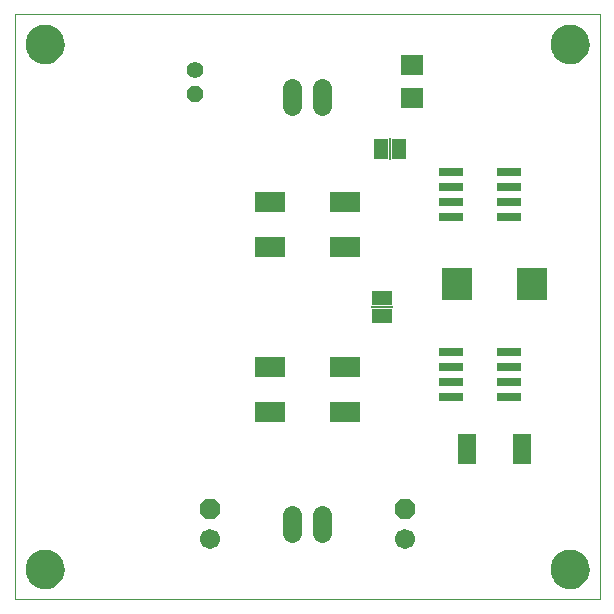
<source format=gts>
G75*
%MOIN*%
%OFA0B0*%
%FSLAX24Y24*%
%IPPOS*%
%LPD*%
%AMOC8*
5,1,8,0,0,1.08239X$1,22.5*
%
%ADD10C,0.0000*%
%ADD11C,0.1300*%
%ADD12C,0.0640*%
%ADD13OC8,0.0560*%
%ADD14C,0.0560*%
%ADD15R,0.0820X0.0260*%
%ADD16R,0.0500X0.0670*%
%ADD17R,0.0060X0.0720*%
%ADD18R,0.0631X0.0985*%
%ADD19R,0.0670X0.0500*%
%ADD20R,0.0720X0.0060*%
%ADD21R,0.0749X0.0670*%
%ADD22R,0.1024X0.0709*%
%ADD23OC8,0.0670*%
%ADD24C,0.0670*%
%ADD25R,0.1044X0.1103*%
D10*
X000100Y000100D02*
X000100Y019600D01*
X019600Y019600D01*
X019600Y000100D01*
X000100Y000100D01*
X000470Y001100D02*
X000472Y001150D01*
X000478Y001200D01*
X000488Y001249D01*
X000502Y001297D01*
X000519Y001344D01*
X000540Y001389D01*
X000565Y001433D01*
X000593Y001474D01*
X000625Y001513D01*
X000659Y001550D01*
X000696Y001584D01*
X000736Y001614D01*
X000778Y001641D01*
X000822Y001665D01*
X000868Y001686D01*
X000915Y001702D01*
X000963Y001715D01*
X001013Y001724D01*
X001062Y001729D01*
X001113Y001730D01*
X001163Y001727D01*
X001212Y001720D01*
X001261Y001709D01*
X001309Y001694D01*
X001355Y001676D01*
X001400Y001654D01*
X001443Y001628D01*
X001484Y001599D01*
X001523Y001567D01*
X001559Y001532D01*
X001591Y001494D01*
X001621Y001454D01*
X001648Y001411D01*
X001671Y001367D01*
X001690Y001321D01*
X001706Y001273D01*
X001718Y001224D01*
X001726Y001175D01*
X001730Y001125D01*
X001730Y001075D01*
X001726Y001025D01*
X001718Y000976D01*
X001706Y000927D01*
X001690Y000879D01*
X001671Y000833D01*
X001648Y000789D01*
X001621Y000746D01*
X001591Y000706D01*
X001559Y000668D01*
X001523Y000633D01*
X001484Y000601D01*
X001443Y000572D01*
X001400Y000546D01*
X001355Y000524D01*
X001309Y000506D01*
X001261Y000491D01*
X001212Y000480D01*
X001163Y000473D01*
X001113Y000470D01*
X001062Y000471D01*
X001013Y000476D01*
X000963Y000485D01*
X000915Y000498D01*
X000868Y000514D01*
X000822Y000535D01*
X000778Y000559D01*
X000736Y000586D01*
X000696Y000616D01*
X000659Y000650D01*
X000625Y000687D01*
X000593Y000726D01*
X000565Y000767D01*
X000540Y000811D01*
X000519Y000856D01*
X000502Y000903D01*
X000488Y000951D01*
X000478Y001000D01*
X000472Y001050D01*
X000470Y001100D01*
X000470Y018600D02*
X000472Y018650D01*
X000478Y018700D01*
X000488Y018749D01*
X000502Y018797D01*
X000519Y018844D01*
X000540Y018889D01*
X000565Y018933D01*
X000593Y018974D01*
X000625Y019013D01*
X000659Y019050D01*
X000696Y019084D01*
X000736Y019114D01*
X000778Y019141D01*
X000822Y019165D01*
X000868Y019186D01*
X000915Y019202D01*
X000963Y019215D01*
X001013Y019224D01*
X001062Y019229D01*
X001113Y019230D01*
X001163Y019227D01*
X001212Y019220D01*
X001261Y019209D01*
X001309Y019194D01*
X001355Y019176D01*
X001400Y019154D01*
X001443Y019128D01*
X001484Y019099D01*
X001523Y019067D01*
X001559Y019032D01*
X001591Y018994D01*
X001621Y018954D01*
X001648Y018911D01*
X001671Y018867D01*
X001690Y018821D01*
X001706Y018773D01*
X001718Y018724D01*
X001726Y018675D01*
X001730Y018625D01*
X001730Y018575D01*
X001726Y018525D01*
X001718Y018476D01*
X001706Y018427D01*
X001690Y018379D01*
X001671Y018333D01*
X001648Y018289D01*
X001621Y018246D01*
X001591Y018206D01*
X001559Y018168D01*
X001523Y018133D01*
X001484Y018101D01*
X001443Y018072D01*
X001400Y018046D01*
X001355Y018024D01*
X001309Y018006D01*
X001261Y017991D01*
X001212Y017980D01*
X001163Y017973D01*
X001113Y017970D01*
X001062Y017971D01*
X001013Y017976D01*
X000963Y017985D01*
X000915Y017998D01*
X000868Y018014D01*
X000822Y018035D01*
X000778Y018059D01*
X000736Y018086D01*
X000696Y018116D01*
X000659Y018150D01*
X000625Y018187D01*
X000593Y018226D01*
X000565Y018267D01*
X000540Y018311D01*
X000519Y018356D01*
X000502Y018403D01*
X000488Y018451D01*
X000478Y018500D01*
X000472Y018550D01*
X000470Y018600D01*
X017970Y018600D02*
X017972Y018650D01*
X017978Y018700D01*
X017988Y018749D01*
X018002Y018797D01*
X018019Y018844D01*
X018040Y018889D01*
X018065Y018933D01*
X018093Y018974D01*
X018125Y019013D01*
X018159Y019050D01*
X018196Y019084D01*
X018236Y019114D01*
X018278Y019141D01*
X018322Y019165D01*
X018368Y019186D01*
X018415Y019202D01*
X018463Y019215D01*
X018513Y019224D01*
X018562Y019229D01*
X018613Y019230D01*
X018663Y019227D01*
X018712Y019220D01*
X018761Y019209D01*
X018809Y019194D01*
X018855Y019176D01*
X018900Y019154D01*
X018943Y019128D01*
X018984Y019099D01*
X019023Y019067D01*
X019059Y019032D01*
X019091Y018994D01*
X019121Y018954D01*
X019148Y018911D01*
X019171Y018867D01*
X019190Y018821D01*
X019206Y018773D01*
X019218Y018724D01*
X019226Y018675D01*
X019230Y018625D01*
X019230Y018575D01*
X019226Y018525D01*
X019218Y018476D01*
X019206Y018427D01*
X019190Y018379D01*
X019171Y018333D01*
X019148Y018289D01*
X019121Y018246D01*
X019091Y018206D01*
X019059Y018168D01*
X019023Y018133D01*
X018984Y018101D01*
X018943Y018072D01*
X018900Y018046D01*
X018855Y018024D01*
X018809Y018006D01*
X018761Y017991D01*
X018712Y017980D01*
X018663Y017973D01*
X018613Y017970D01*
X018562Y017971D01*
X018513Y017976D01*
X018463Y017985D01*
X018415Y017998D01*
X018368Y018014D01*
X018322Y018035D01*
X018278Y018059D01*
X018236Y018086D01*
X018196Y018116D01*
X018159Y018150D01*
X018125Y018187D01*
X018093Y018226D01*
X018065Y018267D01*
X018040Y018311D01*
X018019Y018356D01*
X018002Y018403D01*
X017988Y018451D01*
X017978Y018500D01*
X017972Y018550D01*
X017970Y018600D01*
X017970Y001100D02*
X017972Y001150D01*
X017978Y001200D01*
X017988Y001249D01*
X018002Y001297D01*
X018019Y001344D01*
X018040Y001389D01*
X018065Y001433D01*
X018093Y001474D01*
X018125Y001513D01*
X018159Y001550D01*
X018196Y001584D01*
X018236Y001614D01*
X018278Y001641D01*
X018322Y001665D01*
X018368Y001686D01*
X018415Y001702D01*
X018463Y001715D01*
X018513Y001724D01*
X018562Y001729D01*
X018613Y001730D01*
X018663Y001727D01*
X018712Y001720D01*
X018761Y001709D01*
X018809Y001694D01*
X018855Y001676D01*
X018900Y001654D01*
X018943Y001628D01*
X018984Y001599D01*
X019023Y001567D01*
X019059Y001532D01*
X019091Y001494D01*
X019121Y001454D01*
X019148Y001411D01*
X019171Y001367D01*
X019190Y001321D01*
X019206Y001273D01*
X019218Y001224D01*
X019226Y001175D01*
X019230Y001125D01*
X019230Y001075D01*
X019226Y001025D01*
X019218Y000976D01*
X019206Y000927D01*
X019190Y000879D01*
X019171Y000833D01*
X019148Y000789D01*
X019121Y000746D01*
X019091Y000706D01*
X019059Y000668D01*
X019023Y000633D01*
X018984Y000601D01*
X018943Y000572D01*
X018900Y000546D01*
X018855Y000524D01*
X018809Y000506D01*
X018761Y000491D01*
X018712Y000480D01*
X018663Y000473D01*
X018613Y000470D01*
X018562Y000471D01*
X018513Y000476D01*
X018463Y000485D01*
X018415Y000498D01*
X018368Y000514D01*
X018322Y000535D01*
X018278Y000559D01*
X018236Y000586D01*
X018196Y000616D01*
X018159Y000650D01*
X018125Y000687D01*
X018093Y000726D01*
X018065Y000767D01*
X018040Y000811D01*
X018019Y000856D01*
X018002Y000903D01*
X017988Y000951D01*
X017978Y001000D01*
X017972Y001050D01*
X017970Y001100D01*
D11*
X018600Y001100D03*
X018600Y018600D03*
X001100Y018600D03*
X001100Y001100D03*
D12*
X009350Y002300D02*
X009350Y002900D01*
X010350Y002900D02*
X010350Y002300D01*
X010350Y016550D02*
X010350Y017150D01*
X009350Y017150D02*
X009350Y016550D01*
D13*
X006100Y016950D03*
D14*
X006100Y017750D03*
D15*
X014630Y014350D03*
X014630Y013850D03*
X014630Y013350D03*
X014630Y012850D03*
X016570Y012850D03*
X016570Y013350D03*
X016570Y013850D03*
X016570Y014350D03*
X016570Y008350D03*
X016570Y007850D03*
X016570Y007350D03*
X016570Y006850D03*
X014630Y006850D03*
X014630Y007350D03*
X014630Y007850D03*
X014630Y008350D03*
D16*
X012900Y015100D03*
X012300Y015100D03*
D17*
X012600Y015100D03*
D18*
X015194Y005100D03*
X017006Y005100D03*
D19*
X012350Y009550D03*
X012350Y010150D03*
D20*
X012350Y009850D03*
D21*
X013350Y016799D03*
X013350Y017901D03*
D22*
X011100Y013348D03*
X011100Y011852D03*
X008600Y011852D03*
X008600Y013348D03*
X008600Y007848D03*
X008600Y006352D03*
X011100Y006352D03*
X011100Y007848D03*
D23*
X013100Y003100D03*
X006600Y003100D03*
D24*
X006600Y002100D03*
X013100Y002100D03*
D25*
X014852Y010600D03*
X017348Y010600D03*
M02*

</source>
